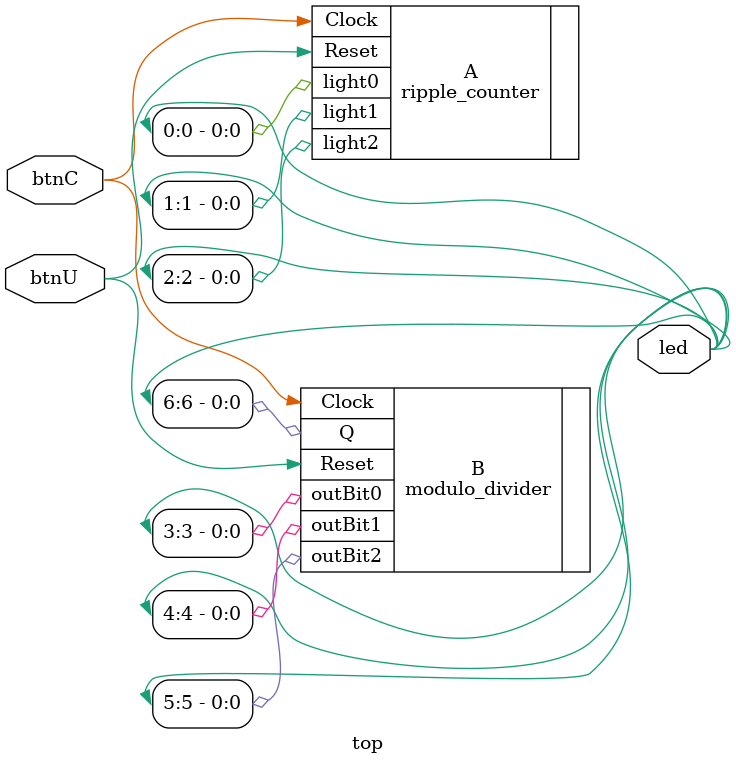
<source format=v>
module top(
    input btnC,
    input btnU,
    output [6:0] led
);
    
    ripple_counter A(
        .Clock(btnC),
        .Reset(btnU),
        .light0(led[0]),
        .light1(led[1]),
        .light2(led[2])
    );
    
    modulo_divider B(
        .Clock(btnC),
        .Reset(btnU),
        .outBit0(led[3]),
        .outBit1(led[4]),
        .outBit2(led[5]),
        .Q(led[6])
    );
    
endmodule

</source>
